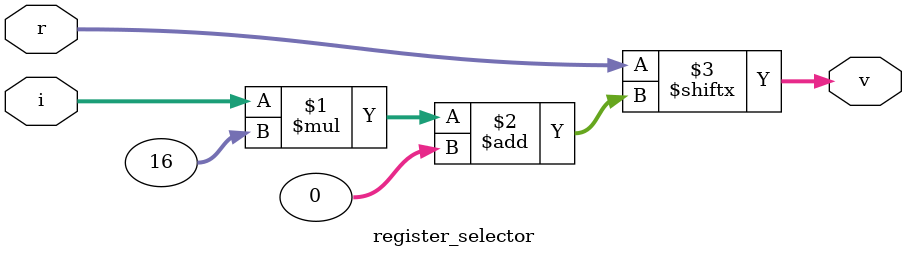
<source format=v>
module register_selector(input[3:0] i, input[255:0] r, output[15:0] v);
  assign v = r[i*16 +: 16];
endmodule

</source>
